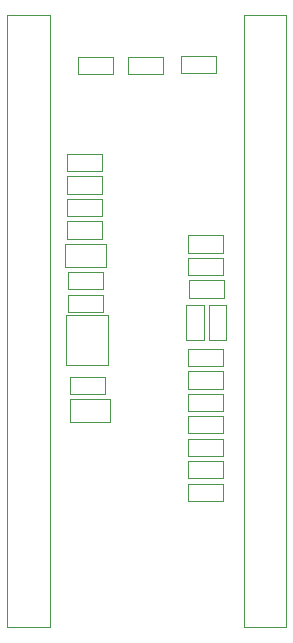
<source format=gbr>
%TF.GenerationSoftware,KiCad,Pcbnew,9.0.0*%
%TF.CreationDate,2025-02-28T11:04:11+07:00*%
%TF.ProjectId,SMT32_Bluepill,534d5433-325f-4426-9c75-6570696c6c2e,rev?*%
%TF.SameCoordinates,Original*%
%TF.FileFunction,Other,User*%
%FSLAX46Y46*%
G04 Gerber Fmt 4.6, Leading zero omitted, Abs format (unit mm)*
G04 Created by KiCad (PCBNEW 9.0.0) date 2025-02-28 11:04:11*
%MOMM*%
%LPD*%
G01*
G04 APERTURE LIST*
%ADD10C,0.050000*%
G04 APERTURE END LIST*
D10*
%TO.C,R10*%
X33520000Y-84070000D02*
X33520000Y-85530000D01*
X33520000Y-85530000D02*
X36480000Y-85530000D01*
X36480000Y-84070000D02*
X33520000Y-84070000D01*
X36480000Y-85530000D02*
X36480000Y-84070000D01*
%TO.C,R9*%
X33520000Y-80270000D02*
X33520000Y-81730000D01*
X33520000Y-81730000D02*
X36480000Y-81730000D01*
X36480000Y-80270000D02*
X33520000Y-80270000D01*
X36480000Y-81730000D02*
X36480000Y-80270000D01*
%TO.C,R11*%
X33520000Y-82170000D02*
X33520000Y-83630000D01*
X33520000Y-83630000D02*
X36480000Y-83630000D01*
X36480000Y-82170000D02*
X33520000Y-82170000D01*
X36480000Y-83630000D02*
X36480000Y-82170000D01*
%TO.C,P4*%
X18200000Y-48200000D02*
X21800000Y-48200000D01*
X18200000Y-100050000D02*
X18200000Y-48200000D01*
X21800000Y-48200000D02*
X21800000Y-100050000D01*
X21800000Y-100050000D02*
X18200000Y-100050000D01*
%TO.C,C5*%
X23475000Y-80720000D02*
X23475000Y-82680000D01*
X23475000Y-82680000D02*
X26875000Y-82680000D01*
X26875000Y-80720000D02*
X23475000Y-80720000D01*
X26875000Y-82680000D02*
X26875000Y-80720000D01*
%TO.C,C4*%
X23295000Y-61870000D02*
X23295000Y-63330000D01*
X23295000Y-63330000D02*
X26255000Y-63330000D01*
X26255000Y-61870000D02*
X23295000Y-61870000D01*
X26255000Y-63330000D02*
X26255000Y-61870000D01*
%TO.C,R1*%
X32920000Y-51670000D02*
X32920000Y-53130000D01*
X32920000Y-53130000D02*
X35880000Y-53130000D01*
X35880000Y-51670000D02*
X32920000Y-51670000D01*
X35880000Y-53130000D02*
X35880000Y-51670000D01*
%TO.C,C7*%
X23485000Y-78820000D02*
X23485000Y-80280000D01*
X23485000Y-80280000D02*
X26445000Y-80280000D01*
X26445000Y-78820000D02*
X23485000Y-78820000D01*
X26445000Y-80280000D02*
X26445000Y-78820000D01*
%TO.C,C6*%
X23125000Y-67620000D02*
X23125000Y-69580000D01*
X23125000Y-69580000D02*
X26525000Y-69580000D01*
X26525000Y-67620000D02*
X23125000Y-67620000D01*
X26525000Y-69580000D02*
X26525000Y-67620000D01*
%TO.C,R6*%
X33620000Y-70670000D02*
X33620000Y-72130000D01*
X33620000Y-72130000D02*
X36580000Y-72130000D01*
X36580000Y-70670000D02*
X33620000Y-70670000D01*
X36580000Y-72130000D02*
X36580000Y-70670000D01*
%TO.C,C14*%
X35270000Y-72720000D02*
X35270000Y-75680000D01*
X35270000Y-75680000D02*
X36730000Y-75680000D01*
X36730000Y-72720000D02*
X35270000Y-72720000D01*
X36730000Y-75680000D02*
X36730000Y-72720000D01*
%TO.C,C12*%
X33520000Y-68770000D02*
X33520000Y-70230000D01*
X33520000Y-70230000D02*
X36480000Y-70230000D01*
X36480000Y-68770000D02*
X33520000Y-68770000D01*
X36480000Y-70230000D02*
X36480000Y-68770000D01*
%TO.C,C13*%
X33370000Y-72720000D02*
X33370000Y-75680000D01*
X33370000Y-75680000D02*
X34830000Y-75680000D01*
X34830000Y-72720000D02*
X33370000Y-72720000D01*
X34830000Y-75680000D02*
X34830000Y-72720000D01*
%TO.C,C3*%
X23295000Y-59970000D02*
X23295000Y-61430000D01*
X23295000Y-61430000D02*
X26255000Y-61430000D01*
X26255000Y-59970000D02*
X23295000Y-59970000D01*
X26255000Y-61430000D02*
X26255000Y-59970000D01*
%TO.C,C11*%
X23235122Y-65670000D02*
X23235122Y-67130000D01*
X23235122Y-67130000D02*
X26195122Y-67130000D01*
X26195122Y-65670000D02*
X23235122Y-65670000D01*
X26195122Y-67130000D02*
X26195122Y-65670000D01*
%TO.C,C9*%
X33520000Y-66870000D02*
X33520000Y-68330000D01*
X33520000Y-68330000D02*
X36480000Y-68330000D01*
X36480000Y-66870000D02*
X33520000Y-66870000D01*
X36480000Y-68330000D02*
X36480000Y-66870000D01*
%TO.C,C15*%
X23345000Y-71870000D02*
X23345000Y-73330000D01*
X23345000Y-73330000D02*
X26305000Y-73330000D01*
X26305000Y-71870000D02*
X23345000Y-71870000D01*
X26305000Y-73330000D02*
X26305000Y-71870000D01*
%TO.C,R5*%
X24151250Y-51738750D02*
X24151250Y-53198750D01*
X24151250Y-53198750D02*
X27111250Y-53198750D01*
X27111250Y-51738750D02*
X24151250Y-51738750D01*
X27111250Y-53198750D02*
X27111250Y-51738750D01*
%TO.C,R4*%
X33520000Y-76470000D02*
X33520000Y-77930000D01*
X33520000Y-77930000D02*
X36480000Y-77930000D01*
X36480000Y-76470000D02*
X33520000Y-76470000D01*
X36480000Y-77930000D02*
X36480000Y-76470000D01*
%TO.C,U1*%
X23165000Y-73625000D02*
X23165000Y-77875000D01*
X23165000Y-77875000D02*
X26765000Y-77875000D01*
X26765000Y-73625000D02*
X23165000Y-73625000D01*
X26765000Y-77875000D02*
X26765000Y-73625000D01*
%TO.C,R2*%
X33520000Y-85970000D02*
X33520000Y-87430000D01*
X33520000Y-87430000D02*
X36480000Y-87430000D01*
X36480000Y-85970000D02*
X33520000Y-85970000D01*
X36480000Y-87430000D02*
X36480000Y-85970000D01*
%TO.C,C2*%
X33520000Y-87870000D02*
X33520000Y-89330000D01*
X33520000Y-89330000D02*
X36480000Y-89330000D01*
X36480000Y-87870000D02*
X33520000Y-87870000D01*
X36480000Y-89330000D02*
X36480000Y-87870000D01*
%TO.C,C8*%
X23345000Y-69970000D02*
X23345000Y-71430000D01*
X23345000Y-71430000D02*
X26305000Y-71430000D01*
X26305000Y-69970000D02*
X23345000Y-69970000D01*
X26305000Y-71430000D02*
X26305000Y-69970000D01*
%TO.C,R3*%
X33520000Y-78370000D02*
X33520000Y-79830000D01*
X33520000Y-79830000D02*
X36480000Y-79830000D01*
X36480000Y-78370000D02*
X33520000Y-78370000D01*
X36480000Y-79830000D02*
X36480000Y-78370000D01*
%TO.C,P3*%
X38200000Y-48200000D02*
X41800000Y-48200000D01*
X38200000Y-100050000D02*
X38200000Y-48200000D01*
X41800000Y-48200000D02*
X41800000Y-100050000D01*
X41800000Y-100050000D02*
X38200000Y-100050000D01*
%TO.C,C10*%
X23235122Y-63749996D02*
X23235122Y-65209996D01*
X23235122Y-65209996D02*
X26195122Y-65209996D01*
X26195122Y-63749996D02*
X23235122Y-63749996D01*
X26195122Y-65209996D02*
X26195122Y-63749996D01*
%TO.C,C1*%
X28420000Y-51738750D02*
X28420000Y-53198750D01*
X28420000Y-53198750D02*
X31380000Y-53198750D01*
X31380000Y-51738750D02*
X28420000Y-51738750D01*
X31380000Y-53198750D02*
X31380000Y-51738750D01*
%TD*%
M02*

</source>
